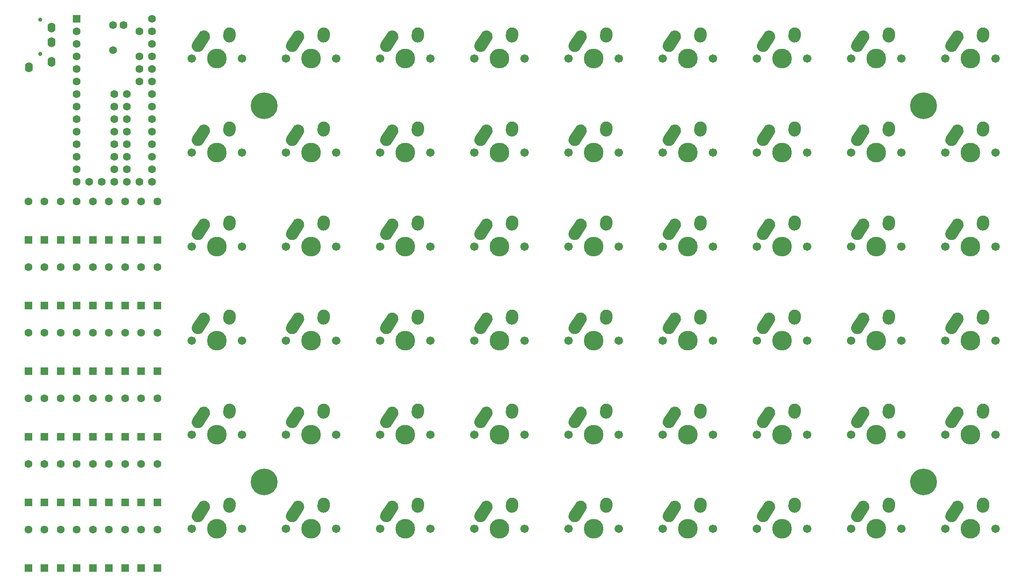
<source format=gts>
%TF.GenerationSoftware,KiCad,Pcbnew,(5.1.9)-1*%
%TF.CreationDate,2021-04-23T02:49:01-06:00*%
%TF.ProjectId,Right Keyboard,52696768-7420-44b6-9579-626f6172642e,rev?*%
%TF.SameCoordinates,Original*%
%TF.FileFunction,Soldermask,Top*%
%TF.FilePolarity,Negative*%
%FSLAX46Y46*%
G04 Gerber Fmt 4.6, Leading zero omitted, Abs format (unit mm)*
G04 Created by KiCad (PCBNEW (5.1.9)-1) date 2021-04-23 02:49:01*
%MOMM*%
%LPD*%
G01*
G04 APERTURE LIST*
%ADD10C,1.701800*%
%ADD11C,3.987800*%
%ADD12C,1.600000*%
%ADD13R,1.600000X1.600000*%
%ADD14C,5.400000*%
%ADD15O,1.600000X2.000000*%
%ADD16C,0.800000*%
G04 APERTURE END LIST*
%TO.C,K4-2*%
G36*
G01*
X163178171Y-43039309D02*
X163217619Y-42460653D01*
G75*
G02*
X164549743Y-41298567I1247105J-85019D01*
G01*
X164549743Y-41298567D01*
G75*
G02*
X165711829Y-42630691I-85019J-1247105D01*
G01*
X165672381Y-43209347D01*
G75*
G02*
X164340257Y-44371433I-1247105J85019D01*
G01*
X164340257Y-44371433D01*
G75*
G02*
X163178171Y-43039309I85019J1247105D01*
G01*
G37*
G36*
G01*
X157011299Y-44382190D02*
X158220223Y-42484560D01*
G75*
G02*
X159946087Y-42101946I1054239J-671625D01*
G01*
X159946087Y-42101946D01*
G75*
G02*
X160328701Y-43827810I-671625J-1054239D01*
G01*
X159119777Y-45725440D01*
G75*
G02*
X157393913Y-46108054I-1054239J671625D01*
G01*
X157393913Y-46108054D01*
G75*
G02*
X157011299Y-44382190I671625J1054239D01*
G01*
G37*
D10*
X167005000Y-47625000D03*
X156845000Y-47625000D03*
D11*
X161925000Y-47625000D03*
%TD*%
%TO.C,K7-6*%
X219075000Y-123825000D03*
D10*
X213995000Y-123825000D03*
X224155000Y-123825000D03*
G36*
G01*
X214161299Y-120582190D02*
X215370223Y-118684560D01*
G75*
G02*
X217096087Y-118301946I1054239J-671625D01*
G01*
X217096087Y-118301946D01*
G75*
G02*
X217478701Y-120027810I-671625J-1054239D01*
G01*
X216269777Y-121925440D01*
G75*
G02*
X214543913Y-122308054I-1054239J671625D01*
G01*
X214543913Y-122308054D01*
G75*
G02*
X214161299Y-120582190I671625J1054239D01*
G01*
G37*
G36*
G01*
X220328171Y-119239309D02*
X220367619Y-118660653D01*
G75*
G02*
X221699743Y-117498567I1247105J-85019D01*
G01*
X221699743Y-117498567D01*
G75*
G02*
X222861829Y-118830691I-85019J-1247105D01*
G01*
X222822381Y-119409347D01*
G75*
G02*
X221490257Y-120571433I-1247105J85019D01*
G01*
X221490257Y-120571433D01*
G75*
G02*
X220328171Y-119239309I85019J1247105D01*
G01*
G37*
%TD*%
D11*
%TO.C,K7-4*%
X219075000Y-85725000D03*
D10*
X213995000Y-85725000D03*
X224155000Y-85725000D03*
G36*
G01*
X214161299Y-82482190D02*
X215370223Y-80584560D01*
G75*
G02*
X217096087Y-80201946I1054239J-671625D01*
G01*
X217096087Y-80201946D01*
G75*
G02*
X217478701Y-81927810I-671625J-1054239D01*
G01*
X216269777Y-83825440D01*
G75*
G02*
X214543913Y-84208054I-1054239J671625D01*
G01*
X214543913Y-84208054D01*
G75*
G02*
X214161299Y-82482190I671625J1054239D01*
G01*
G37*
G36*
G01*
X220328171Y-81139309D02*
X220367619Y-80560653D01*
G75*
G02*
X221699743Y-79398567I1247105J-85019D01*
G01*
X221699743Y-79398567D01*
G75*
G02*
X222861829Y-80730691I-85019J-1247105D01*
G01*
X222822381Y-81309347D01*
G75*
G02*
X221490257Y-82471433I-1247105J85019D01*
G01*
X221490257Y-82471433D01*
G75*
G02*
X220328171Y-81139309I85019J1247105D01*
G01*
G37*
%TD*%
D12*
%TO.C,D1-1*%
X66625000Y-57537500D03*
D13*
X66625000Y-65337500D03*
%TD*%
%TO.C,D1-2*%
X66625000Y-78625000D03*
D12*
X66625000Y-70825000D03*
%TD*%
%TO.C,D1-3*%
X66625000Y-84112500D03*
D13*
X66625000Y-91912500D03*
%TD*%
%TO.C,D1-4*%
X66625000Y-105200000D03*
D12*
X66625000Y-97400000D03*
%TD*%
%TO.C,D1-5*%
X66625000Y-110687500D03*
D13*
X66625000Y-118487500D03*
%TD*%
%TO.C,D1-6*%
X66625000Y-131775000D03*
D12*
X66625000Y-123975000D03*
%TD*%
%TO.C,D2-1*%
X69887500Y-57537500D03*
D13*
X69887500Y-65337500D03*
%TD*%
%TO.C,D2-2*%
X69887500Y-78625000D03*
D12*
X69887500Y-70825000D03*
%TD*%
%TO.C,D2-3*%
X69887500Y-84112500D03*
D13*
X69887500Y-91912500D03*
%TD*%
%TO.C,D2-4*%
X69887500Y-105200000D03*
D12*
X69887500Y-97400000D03*
%TD*%
%TO.C,D2-5*%
X69887500Y-110687500D03*
D13*
X69887500Y-118487500D03*
%TD*%
%TO.C,D2-6*%
X69887500Y-131775000D03*
D12*
X69887500Y-123975000D03*
%TD*%
D13*
%TO.C,D3-1*%
X73150000Y-65337500D03*
D12*
X73150000Y-57537500D03*
%TD*%
%TO.C,D3-2*%
X73150000Y-70825000D03*
D13*
X73150000Y-78625000D03*
%TD*%
%TO.C,D3-3*%
X73150000Y-91912500D03*
D12*
X73150000Y-84112500D03*
%TD*%
%TO.C,D3-4*%
X73150000Y-97400000D03*
D13*
X73150000Y-105200000D03*
%TD*%
%TO.C,D3-5*%
X73150000Y-118487500D03*
D12*
X73150000Y-110687500D03*
%TD*%
%TO.C,D3-6*%
X73150000Y-123975000D03*
D13*
X73150000Y-131775000D03*
%TD*%
%TO.C,D4-1*%
X76412500Y-65337500D03*
D12*
X76412500Y-57537500D03*
%TD*%
%TO.C,D4-2*%
X76412500Y-70825000D03*
D13*
X76412500Y-78625000D03*
%TD*%
%TO.C,D4-3*%
X76412500Y-91912500D03*
D12*
X76412500Y-84112500D03*
%TD*%
%TO.C,D4-4*%
X76412500Y-97400000D03*
D13*
X76412500Y-105200000D03*
%TD*%
%TO.C,D4-5*%
X76412500Y-118487500D03*
D12*
X76412500Y-110687500D03*
%TD*%
%TO.C,D4-6*%
X76412500Y-123975000D03*
D13*
X76412500Y-131775000D03*
%TD*%
%TO.C,D5-1*%
X79675000Y-65337500D03*
D12*
X79675000Y-57537500D03*
%TD*%
%TO.C,D5-2*%
X79675000Y-70825000D03*
D13*
X79675000Y-78625000D03*
%TD*%
%TO.C,D5-3*%
X79675000Y-91912500D03*
D12*
X79675000Y-84112500D03*
%TD*%
%TO.C,D5-4*%
X79675000Y-97400000D03*
D13*
X79675000Y-105200000D03*
%TD*%
%TO.C,D5-5*%
X79675000Y-118487500D03*
D12*
X79675000Y-110687500D03*
%TD*%
%TO.C,D5-6*%
X79675000Y-123975000D03*
D13*
X79675000Y-131775000D03*
%TD*%
D12*
%TO.C,D6-1*%
X82937500Y-57537500D03*
D13*
X82937500Y-65337500D03*
%TD*%
%TO.C,D6-2*%
X82937500Y-78625000D03*
D12*
X82937500Y-70825000D03*
%TD*%
%TO.C,D6-3*%
X82937500Y-84112500D03*
D13*
X82937500Y-91912500D03*
%TD*%
%TO.C,D6-4*%
X82937500Y-105200000D03*
D12*
X82937500Y-97400000D03*
%TD*%
%TO.C,D6-5*%
X82937500Y-110687500D03*
D13*
X82937500Y-118487500D03*
%TD*%
%TO.C,D6-6*%
X82937500Y-131775000D03*
D12*
X82937500Y-123975000D03*
%TD*%
%TO.C,D7-1*%
X86200000Y-57537500D03*
D13*
X86200000Y-65337500D03*
%TD*%
%TO.C,D7-2*%
X86200000Y-78625000D03*
D12*
X86200000Y-70825000D03*
%TD*%
%TO.C,D7-3*%
X86200000Y-84112500D03*
D13*
X86200000Y-91912500D03*
%TD*%
%TO.C,D7-4*%
X86200000Y-105200000D03*
D12*
X86200000Y-97400000D03*
%TD*%
%TO.C,D7-5*%
X86200000Y-110687500D03*
D13*
X86200000Y-118487500D03*
%TD*%
%TO.C,D7-6*%
X86200000Y-131775000D03*
D12*
X86200000Y-123975000D03*
%TD*%
D13*
%TO.C,D8-1*%
X89462500Y-65337500D03*
D12*
X89462500Y-57537500D03*
%TD*%
%TO.C,D8-2*%
X89462500Y-70825000D03*
D13*
X89462500Y-78625000D03*
%TD*%
D12*
%TO.C,D8-3*%
X89462500Y-84112500D03*
D13*
X89462500Y-91912500D03*
%TD*%
%TO.C,D8-4*%
X89462500Y-105200000D03*
D12*
X89462500Y-97400000D03*
%TD*%
%TO.C,D8-5*%
X89462500Y-110687500D03*
D13*
X89462500Y-118487500D03*
%TD*%
%TO.C,D8-6*%
X89462500Y-131775000D03*
D12*
X89462500Y-123975000D03*
%TD*%
%TO.C,D9-1*%
X92725000Y-57537500D03*
D13*
X92725000Y-65337500D03*
%TD*%
%TO.C,D9-2*%
X92725000Y-78625000D03*
D12*
X92725000Y-70825000D03*
%TD*%
%TO.C,D9-3*%
X92725000Y-84112500D03*
D13*
X92725000Y-91912500D03*
%TD*%
%TO.C,D9-4*%
X92725000Y-105200000D03*
D12*
X92725000Y-97400000D03*
%TD*%
%TO.C,D9-5*%
X92725000Y-110687500D03*
D13*
X92725000Y-118487500D03*
%TD*%
%TO.C,D9-6*%
X92725000Y-131775000D03*
D12*
X92725000Y-123975000D03*
%TD*%
D14*
%TO.C,H1*%
X114300000Y-38100000D03*
%TD*%
%TO.C,H2*%
X247650000Y-114300000D03*
%TD*%
%TO.C,H3*%
X114300000Y-114300000D03*
%TD*%
%TO.C,H4*%
X247650000Y-38100000D03*
%TD*%
%TO.C,K1-1*%
G36*
G01*
X106028171Y-23989309D02*
X106067619Y-23410653D01*
G75*
G02*
X107399743Y-22248567I1247105J-85019D01*
G01*
X107399743Y-22248567D01*
G75*
G02*
X108561829Y-23580691I-85019J-1247105D01*
G01*
X108522381Y-24159347D01*
G75*
G02*
X107190257Y-25321433I-1247105J85019D01*
G01*
X107190257Y-25321433D01*
G75*
G02*
X106028171Y-23989309I85019J1247105D01*
G01*
G37*
G36*
G01*
X99861299Y-25332190D02*
X101070223Y-23434560D01*
G75*
G02*
X102796087Y-23051946I1054239J-671625D01*
G01*
X102796087Y-23051946D01*
G75*
G02*
X103178701Y-24777810I-671625J-1054239D01*
G01*
X101969777Y-26675440D01*
G75*
G02*
X100243913Y-27058054I-1054239J671625D01*
G01*
X100243913Y-27058054D01*
G75*
G02*
X99861299Y-25332190I671625J1054239D01*
G01*
G37*
D10*
X109855000Y-28575000D03*
X99695000Y-28575000D03*
D11*
X104775000Y-28575000D03*
%TD*%
%TO.C,K1-2*%
G36*
G01*
X106028171Y-43039309D02*
X106067619Y-42460653D01*
G75*
G02*
X107399743Y-41298567I1247105J-85019D01*
G01*
X107399743Y-41298567D01*
G75*
G02*
X108561829Y-42630691I-85019J-1247105D01*
G01*
X108522381Y-43209347D01*
G75*
G02*
X107190257Y-44371433I-1247105J85019D01*
G01*
X107190257Y-44371433D01*
G75*
G02*
X106028171Y-43039309I85019J1247105D01*
G01*
G37*
G36*
G01*
X99861299Y-44382190D02*
X101070223Y-42484560D01*
G75*
G02*
X102796087Y-42101946I1054239J-671625D01*
G01*
X102796087Y-42101946D01*
G75*
G02*
X103178701Y-43827810I-671625J-1054239D01*
G01*
X101969777Y-45725440D01*
G75*
G02*
X100243913Y-46108054I-1054239J671625D01*
G01*
X100243913Y-46108054D01*
G75*
G02*
X99861299Y-44382190I671625J1054239D01*
G01*
G37*
D10*
X109855000Y-47625000D03*
X99695000Y-47625000D03*
D11*
X104775000Y-47625000D03*
%TD*%
%TO.C,K1-3*%
X104775000Y-66675000D03*
D10*
X99695000Y-66675000D03*
X109855000Y-66675000D03*
G36*
G01*
X99861299Y-63432190D02*
X101070223Y-61534560D01*
G75*
G02*
X102796087Y-61151946I1054239J-671625D01*
G01*
X102796087Y-61151946D01*
G75*
G02*
X103178701Y-62877810I-671625J-1054239D01*
G01*
X101969777Y-64775440D01*
G75*
G02*
X100243913Y-65158054I-1054239J671625D01*
G01*
X100243913Y-65158054D01*
G75*
G02*
X99861299Y-63432190I671625J1054239D01*
G01*
G37*
G36*
G01*
X106028171Y-62089309D02*
X106067619Y-61510653D01*
G75*
G02*
X107399743Y-60348567I1247105J-85019D01*
G01*
X107399743Y-60348567D01*
G75*
G02*
X108561829Y-61680691I-85019J-1247105D01*
G01*
X108522381Y-62259347D01*
G75*
G02*
X107190257Y-63421433I-1247105J85019D01*
G01*
X107190257Y-63421433D01*
G75*
G02*
X106028171Y-62089309I85019J1247105D01*
G01*
G37*
%TD*%
D11*
%TO.C,K1-4*%
X104775000Y-85725000D03*
D10*
X99695000Y-85725000D03*
X109855000Y-85725000D03*
G36*
G01*
X99861299Y-82482190D02*
X101070223Y-80584560D01*
G75*
G02*
X102796087Y-80201946I1054239J-671625D01*
G01*
X102796087Y-80201946D01*
G75*
G02*
X103178701Y-81927810I-671625J-1054239D01*
G01*
X101969777Y-83825440D01*
G75*
G02*
X100243913Y-84208054I-1054239J671625D01*
G01*
X100243913Y-84208054D01*
G75*
G02*
X99861299Y-82482190I671625J1054239D01*
G01*
G37*
G36*
G01*
X106028171Y-81139309D02*
X106067619Y-80560653D01*
G75*
G02*
X107399743Y-79398567I1247105J-85019D01*
G01*
X107399743Y-79398567D01*
G75*
G02*
X108561829Y-80730691I-85019J-1247105D01*
G01*
X108522381Y-81309347D01*
G75*
G02*
X107190257Y-82471433I-1247105J85019D01*
G01*
X107190257Y-82471433D01*
G75*
G02*
X106028171Y-81139309I85019J1247105D01*
G01*
G37*
%TD*%
%TO.C,K1-5*%
G36*
G01*
X106028171Y-100189309D02*
X106067619Y-99610653D01*
G75*
G02*
X107399743Y-98448567I1247105J-85019D01*
G01*
X107399743Y-98448567D01*
G75*
G02*
X108561829Y-99780691I-85019J-1247105D01*
G01*
X108522381Y-100359347D01*
G75*
G02*
X107190257Y-101521433I-1247105J85019D01*
G01*
X107190257Y-101521433D01*
G75*
G02*
X106028171Y-100189309I85019J1247105D01*
G01*
G37*
G36*
G01*
X99861299Y-101532190D02*
X101070223Y-99634560D01*
G75*
G02*
X102796087Y-99251946I1054239J-671625D01*
G01*
X102796087Y-99251946D01*
G75*
G02*
X103178701Y-100977810I-671625J-1054239D01*
G01*
X101969777Y-102875440D01*
G75*
G02*
X100243913Y-103258054I-1054239J671625D01*
G01*
X100243913Y-103258054D01*
G75*
G02*
X99861299Y-101532190I671625J1054239D01*
G01*
G37*
X109855000Y-104775000D03*
X99695000Y-104775000D03*
D11*
X104775000Y-104775000D03*
%TD*%
%TO.C,K1-6*%
X104775000Y-123825000D03*
D10*
X99695000Y-123825000D03*
X109855000Y-123825000D03*
G36*
G01*
X99861299Y-120582190D02*
X101070223Y-118684560D01*
G75*
G02*
X102796087Y-118301946I1054239J-671625D01*
G01*
X102796087Y-118301946D01*
G75*
G02*
X103178701Y-120027810I-671625J-1054239D01*
G01*
X101969777Y-121925440D01*
G75*
G02*
X100243913Y-122308054I-1054239J671625D01*
G01*
X100243913Y-122308054D01*
G75*
G02*
X99861299Y-120582190I671625J1054239D01*
G01*
G37*
G36*
G01*
X106028171Y-119239309D02*
X106067619Y-118660653D01*
G75*
G02*
X107399743Y-117498567I1247105J-85019D01*
G01*
X107399743Y-117498567D01*
G75*
G02*
X108561829Y-118830691I-85019J-1247105D01*
G01*
X108522381Y-119409347D01*
G75*
G02*
X107190257Y-120571433I-1247105J85019D01*
G01*
X107190257Y-120571433D01*
G75*
G02*
X106028171Y-119239309I85019J1247105D01*
G01*
G37*
%TD*%
%TO.C,K2-1*%
G36*
G01*
X125078171Y-23989309D02*
X125117619Y-23410653D01*
G75*
G02*
X126449743Y-22248567I1247105J-85019D01*
G01*
X126449743Y-22248567D01*
G75*
G02*
X127611829Y-23580691I-85019J-1247105D01*
G01*
X127572381Y-24159347D01*
G75*
G02*
X126240257Y-25321433I-1247105J85019D01*
G01*
X126240257Y-25321433D01*
G75*
G02*
X125078171Y-23989309I85019J1247105D01*
G01*
G37*
G36*
G01*
X118911299Y-25332190D02*
X120120223Y-23434560D01*
G75*
G02*
X121846087Y-23051946I1054239J-671625D01*
G01*
X121846087Y-23051946D01*
G75*
G02*
X122228701Y-24777810I-671625J-1054239D01*
G01*
X121019777Y-26675440D01*
G75*
G02*
X119293913Y-27058054I-1054239J671625D01*
G01*
X119293913Y-27058054D01*
G75*
G02*
X118911299Y-25332190I671625J1054239D01*
G01*
G37*
X128905000Y-28575000D03*
X118745000Y-28575000D03*
D11*
X123825000Y-28575000D03*
%TD*%
%TO.C,K2-2*%
X123825000Y-47625000D03*
D10*
X118745000Y-47625000D03*
X128905000Y-47625000D03*
G36*
G01*
X118911299Y-44382190D02*
X120120223Y-42484560D01*
G75*
G02*
X121846087Y-42101946I1054239J-671625D01*
G01*
X121846087Y-42101946D01*
G75*
G02*
X122228701Y-43827810I-671625J-1054239D01*
G01*
X121019777Y-45725440D01*
G75*
G02*
X119293913Y-46108054I-1054239J671625D01*
G01*
X119293913Y-46108054D01*
G75*
G02*
X118911299Y-44382190I671625J1054239D01*
G01*
G37*
G36*
G01*
X125078171Y-43039309D02*
X125117619Y-42460653D01*
G75*
G02*
X126449743Y-41298567I1247105J-85019D01*
G01*
X126449743Y-41298567D01*
G75*
G02*
X127611829Y-42630691I-85019J-1247105D01*
G01*
X127572381Y-43209347D01*
G75*
G02*
X126240257Y-44371433I-1247105J85019D01*
G01*
X126240257Y-44371433D01*
G75*
G02*
X125078171Y-43039309I85019J1247105D01*
G01*
G37*
%TD*%
D11*
%TO.C,K2-3*%
X123825000Y-66675000D03*
D10*
X118745000Y-66675000D03*
X128905000Y-66675000D03*
G36*
G01*
X118911299Y-63432190D02*
X120120223Y-61534560D01*
G75*
G02*
X121846087Y-61151946I1054239J-671625D01*
G01*
X121846087Y-61151946D01*
G75*
G02*
X122228701Y-62877810I-671625J-1054239D01*
G01*
X121019777Y-64775440D01*
G75*
G02*
X119293913Y-65158054I-1054239J671625D01*
G01*
X119293913Y-65158054D01*
G75*
G02*
X118911299Y-63432190I671625J1054239D01*
G01*
G37*
G36*
G01*
X125078171Y-62089309D02*
X125117619Y-61510653D01*
G75*
G02*
X126449743Y-60348567I1247105J-85019D01*
G01*
X126449743Y-60348567D01*
G75*
G02*
X127611829Y-61680691I-85019J-1247105D01*
G01*
X127572381Y-62259347D01*
G75*
G02*
X126240257Y-63421433I-1247105J85019D01*
G01*
X126240257Y-63421433D01*
G75*
G02*
X125078171Y-62089309I85019J1247105D01*
G01*
G37*
%TD*%
%TO.C,K2-4*%
G36*
G01*
X125078171Y-81139309D02*
X125117619Y-80560653D01*
G75*
G02*
X126449743Y-79398567I1247105J-85019D01*
G01*
X126449743Y-79398567D01*
G75*
G02*
X127611829Y-80730691I-85019J-1247105D01*
G01*
X127572381Y-81309347D01*
G75*
G02*
X126240257Y-82471433I-1247105J85019D01*
G01*
X126240257Y-82471433D01*
G75*
G02*
X125078171Y-81139309I85019J1247105D01*
G01*
G37*
G36*
G01*
X118911299Y-82482190D02*
X120120223Y-80584560D01*
G75*
G02*
X121846087Y-80201946I1054239J-671625D01*
G01*
X121846087Y-80201946D01*
G75*
G02*
X122228701Y-81927810I-671625J-1054239D01*
G01*
X121019777Y-83825440D01*
G75*
G02*
X119293913Y-84208054I-1054239J671625D01*
G01*
X119293913Y-84208054D01*
G75*
G02*
X118911299Y-82482190I671625J1054239D01*
G01*
G37*
X128905000Y-85725000D03*
X118745000Y-85725000D03*
D11*
X123825000Y-85725000D03*
%TD*%
%TO.C,K2-5*%
X123825000Y-104775000D03*
D10*
X118745000Y-104775000D03*
X128905000Y-104775000D03*
G36*
G01*
X118911299Y-101532190D02*
X120120223Y-99634560D01*
G75*
G02*
X121846087Y-99251946I1054239J-671625D01*
G01*
X121846087Y-99251946D01*
G75*
G02*
X122228701Y-100977810I-671625J-1054239D01*
G01*
X121019777Y-102875440D01*
G75*
G02*
X119293913Y-103258054I-1054239J671625D01*
G01*
X119293913Y-103258054D01*
G75*
G02*
X118911299Y-101532190I671625J1054239D01*
G01*
G37*
G36*
G01*
X125078171Y-100189309D02*
X125117619Y-99610653D01*
G75*
G02*
X126449743Y-98448567I1247105J-85019D01*
G01*
X126449743Y-98448567D01*
G75*
G02*
X127611829Y-99780691I-85019J-1247105D01*
G01*
X127572381Y-100359347D01*
G75*
G02*
X126240257Y-101521433I-1247105J85019D01*
G01*
X126240257Y-101521433D01*
G75*
G02*
X125078171Y-100189309I85019J1247105D01*
G01*
G37*
%TD*%
%TO.C,K2-6*%
G36*
G01*
X125078171Y-119239309D02*
X125117619Y-118660653D01*
G75*
G02*
X126449743Y-117498567I1247105J-85019D01*
G01*
X126449743Y-117498567D01*
G75*
G02*
X127611829Y-118830691I-85019J-1247105D01*
G01*
X127572381Y-119409347D01*
G75*
G02*
X126240257Y-120571433I-1247105J85019D01*
G01*
X126240257Y-120571433D01*
G75*
G02*
X125078171Y-119239309I85019J1247105D01*
G01*
G37*
G36*
G01*
X118911299Y-120582190D02*
X120120223Y-118684560D01*
G75*
G02*
X121846087Y-118301946I1054239J-671625D01*
G01*
X121846087Y-118301946D01*
G75*
G02*
X122228701Y-120027810I-671625J-1054239D01*
G01*
X121019777Y-121925440D01*
G75*
G02*
X119293913Y-122308054I-1054239J671625D01*
G01*
X119293913Y-122308054D01*
G75*
G02*
X118911299Y-120582190I671625J1054239D01*
G01*
G37*
X128905000Y-123825000D03*
X118745000Y-123825000D03*
D11*
X123825000Y-123825000D03*
%TD*%
%TO.C,K3-1*%
G36*
G01*
X144128171Y-23989309D02*
X144167619Y-23410653D01*
G75*
G02*
X145499743Y-22248567I1247105J-85019D01*
G01*
X145499743Y-22248567D01*
G75*
G02*
X146661829Y-23580691I-85019J-1247105D01*
G01*
X146622381Y-24159347D01*
G75*
G02*
X145290257Y-25321433I-1247105J85019D01*
G01*
X145290257Y-25321433D01*
G75*
G02*
X144128171Y-23989309I85019J1247105D01*
G01*
G37*
G36*
G01*
X137961299Y-25332190D02*
X139170223Y-23434560D01*
G75*
G02*
X140896087Y-23051946I1054239J-671625D01*
G01*
X140896087Y-23051946D01*
G75*
G02*
X141278701Y-24777810I-671625J-1054239D01*
G01*
X140069777Y-26675440D01*
G75*
G02*
X138343913Y-27058054I-1054239J671625D01*
G01*
X138343913Y-27058054D01*
G75*
G02*
X137961299Y-25332190I671625J1054239D01*
G01*
G37*
D10*
X147955000Y-28575000D03*
X137795000Y-28575000D03*
D11*
X142875000Y-28575000D03*
%TD*%
%TO.C,K3-2*%
X142875000Y-47625000D03*
D10*
X137795000Y-47625000D03*
X147955000Y-47625000D03*
G36*
G01*
X137961299Y-44382190D02*
X139170223Y-42484560D01*
G75*
G02*
X140896087Y-42101946I1054239J-671625D01*
G01*
X140896087Y-42101946D01*
G75*
G02*
X141278701Y-43827810I-671625J-1054239D01*
G01*
X140069777Y-45725440D01*
G75*
G02*
X138343913Y-46108054I-1054239J671625D01*
G01*
X138343913Y-46108054D01*
G75*
G02*
X137961299Y-44382190I671625J1054239D01*
G01*
G37*
G36*
G01*
X144128171Y-43039309D02*
X144167619Y-42460653D01*
G75*
G02*
X145499743Y-41298567I1247105J-85019D01*
G01*
X145499743Y-41298567D01*
G75*
G02*
X146661829Y-42630691I-85019J-1247105D01*
G01*
X146622381Y-43209347D01*
G75*
G02*
X145290257Y-44371433I-1247105J85019D01*
G01*
X145290257Y-44371433D01*
G75*
G02*
X144128171Y-43039309I85019J1247105D01*
G01*
G37*
%TD*%
%TO.C,K3-3*%
G36*
G01*
X144128171Y-62089309D02*
X144167619Y-61510653D01*
G75*
G02*
X145499743Y-60348567I1247105J-85019D01*
G01*
X145499743Y-60348567D01*
G75*
G02*
X146661829Y-61680691I-85019J-1247105D01*
G01*
X146622381Y-62259347D01*
G75*
G02*
X145290257Y-63421433I-1247105J85019D01*
G01*
X145290257Y-63421433D01*
G75*
G02*
X144128171Y-62089309I85019J1247105D01*
G01*
G37*
G36*
G01*
X137961299Y-63432190D02*
X139170223Y-61534560D01*
G75*
G02*
X140896087Y-61151946I1054239J-671625D01*
G01*
X140896087Y-61151946D01*
G75*
G02*
X141278701Y-62877810I-671625J-1054239D01*
G01*
X140069777Y-64775440D01*
G75*
G02*
X138343913Y-65158054I-1054239J671625D01*
G01*
X138343913Y-65158054D01*
G75*
G02*
X137961299Y-63432190I671625J1054239D01*
G01*
G37*
X147955000Y-66675000D03*
X137795000Y-66675000D03*
D11*
X142875000Y-66675000D03*
%TD*%
%TO.C,K3-4*%
X142875000Y-85725000D03*
D10*
X137795000Y-85725000D03*
X147955000Y-85725000D03*
G36*
G01*
X137961299Y-82482190D02*
X139170223Y-80584560D01*
G75*
G02*
X140896087Y-80201946I1054239J-671625D01*
G01*
X140896087Y-80201946D01*
G75*
G02*
X141278701Y-81927810I-671625J-1054239D01*
G01*
X140069777Y-83825440D01*
G75*
G02*
X138343913Y-84208054I-1054239J671625D01*
G01*
X138343913Y-84208054D01*
G75*
G02*
X137961299Y-82482190I671625J1054239D01*
G01*
G37*
G36*
G01*
X144128171Y-81139309D02*
X144167619Y-80560653D01*
G75*
G02*
X145499743Y-79398567I1247105J-85019D01*
G01*
X145499743Y-79398567D01*
G75*
G02*
X146661829Y-80730691I-85019J-1247105D01*
G01*
X146622381Y-81309347D01*
G75*
G02*
X145290257Y-82471433I-1247105J85019D01*
G01*
X145290257Y-82471433D01*
G75*
G02*
X144128171Y-81139309I85019J1247105D01*
G01*
G37*
%TD*%
%TO.C,K3-5*%
G36*
G01*
X144128171Y-100189309D02*
X144167619Y-99610653D01*
G75*
G02*
X145499743Y-98448567I1247105J-85019D01*
G01*
X145499743Y-98448567D01*
G75*
G02*
X146661829Y-99780691I-85019J-1247105D01*
G01*
X146622381Y-100359347D01*
G75*
G02*
X145290257Y-101521433I-1247105J85019D01*
G01*
X145290257Y-101521433D01*
G75*
G02*
X144128171Y-100189309I85019J1247105D01*
G01*
G37*
G36*
G01*
X137961299Y-101532190D02*
X139170223Y-99634560D01*
G75*
G02*
X140896087Y-99251946I1054239J-671625D01*
G01*
X140896087Y-99251946D01*
G75*
G02*
X141278701Y-100977810I-671625J-1054239D01*
G01*
X140069777Y-102875440D01*
G75*
G02*
X138343913Y-103258054I-1054239J671625D01*
G01*
X138343913Y-103258054D01*
G75*
G02*
X137961299Y-101532190I671625J1054239D01*
G01*
G37*
X147955000Y-104775000D03*
X137795000Y-104775000D03*
D11*
X142875000Y-104775000D03*
%TD*%
%TO.C,K3-6*%
X142875000Y-123825000D03*
D10*
X137795000Y-123825000D03*
X147955000Y-123825000D03*
G36*
G01*
X137961299Y-120582190D02*
X139170223Y-118684560D01*
G75*
G02*
X140896087Y-118301946I1054239J-671625D01*
G01*
X140896087Y-118301946D01*
G75*
G02*
X141278701Y-120027810I-671625J-1054239D01*
G01*
X140069777Y-121925440D01*
G75*
G02*
X138343913Y-122308054I-1054239J671625D01*
G01*
X138343913Y-122308054D01*
G75*
G02*
X137961299Y-120582190I671625J1054239D01*
G01*
G37*
G36*
G01*
X144128171Y-119239309D02*
X144167619Y-118660653D01*
G75*
G02*
X145499743Y-117498567I1247105J-85019D01*
G01*
X145499743Y-117498567D01*
G75*
G02*
X146661829Y-118830691I-85019J-1247105D01*
G01*
X146622381Y-119409347D01*
G75*
G02*
X145290257Y-120571433I-1247105J85019D01*
G01*
X145290257Y-120571433D01*
G75*
G02*
X144128171Y-119239309I85019J1247105D01*
G01*
G37*
%TD*%
%TO.C,K4-1*%
G36*
G01*
X163178171Y-23989309D02*
X163217619Y-23410653D01*
G75*
G02*
X164549743Y-22248567I1247105J-85019D01*
G01*
X164549743Y-22248567D01*
G75*
G02*
X165711829Y-23580691I-85019J-1247105D01*
G01*
X165672381Y-24159347D01*
G75*
G02*
X164340257Y-25321433I-1247105J85019D01*
G01*
X164340257Y-25321433D01*
G75*
G02*
X163178171Y-23989309I85019J1247105D01*
G01*
G37*
G36*
G01*
X157011299Y-25332190D02*
X158220223Y-23434560D01*
G75*
G02*
X159946087Y-23051946I1054239J-671625D01*
G01*
X159946087Y-23051946D01*
G75*
G02*
X160328701Y-24777810I-671625J-1054239D01*
G01*
X159119777Y-26675440D01*
G75*
G02*
X157393913Y-27058054I-1054239J671625D01*
G01*
X157393913Y-27058054D01*
G75*
G02*
X157011299Y-25332190I671625J1054239D01*
G01*
G37*
X167005000Y-28575000D03*
X156845000Y-28575000D03*
D11*
X161925000Y-28575000D03*
%TD*%
%TO.C,K4-3*%
G36*
G01*
X163178171Y-62089309D02*
X163217619Y-61510653D01*
G75*
G02*
X164549743Y-60348567I1247105J-85019D01*
G01*
X164549743Y-60348567D01*
G75*
G02*
X165711829Y-61680691I-85019J-1247105D01*
G01*
X165672381Y-62259347D01*
G75*
G02*
X164340257Y-63421433I-1247105J85019D01*
G01*
X164340257Y-63421433D01*
G75*
G02*
X163178171Y-62089309I85019J1247105D01*
G01*
G37*
G36*
G01*
X157011299Y-63432190D02*
X158220223Y-61534560D01*
G75*
G02*
X159946087Y-61151946I1054239J-671625D01*
G01*
X159946087Y-61151946D01*
G75*
G02*
X160328701Y-62877810I-671625J-1054239D01*
G01*
X159119777Y-64775440D01*
G75*
G02*
X157393913Y-65158054I-1054239J671625D01*
G01*
X157393913Y-65158054D01*
G75*
G02*
X157011299Y-63432190I671625J1054239D01*
G01*
G37*
D10*
X167005000Y-66675000D03*
X156845000Y-66675000D03*
D11*
X161925000Y-66675000D03*
%TD*%
%TO.C,K4-4*%
X161925000Y-85725000D03*
D10*
X156845000Y-85725000D03*
X167005000Y-85725000D03*
G36*
G01*
X157011299Y-82482190D02*
X158220223Y-80584560D01*
G75*
G02*
X159946087Y-80201946I1054239J-671625D01*
G01*
X159946087Y-80201946D01*
G75*
G02*
X160328701Y-81927810I-671625J-1054239D01*
G01*
X159119777Y-83825440D01*
G75*
G02*
X157393913Y-84208054I-1054239J671625D01*
G01*
X157393913Y-84208054D01*
G75*
G02*
X157011299Y-82482190I671625J1054239D01*
G01*
G37*
G36*
G01*
X163178171Y-81139309D02*
X163217619Y-80560653D01*
G75*
G02*
X164549743Y-79398567I1247105J-85019D01*
G01*
X164549743Y-79398567D01*
G75*
G02*
X165711829Y-80730691I-85019J-1247105D01*
G01*
X165672381Y-81309347D01*
G75*
G02*
X164340257Y-82471433I-1247105J85019D01*
G01*
X164340257Y-82471433D01*
G75*
G02*
X163178171Y-81139309I85019J1247105D01*
G01*
G37*
%TD*%
%TO.C,K4-5*%
G36*
G01*
X163178171Y-100189309D02*
X163217619Y-99610653D01*
G75*
G02*
X164549743Y-98448567I1247105J-85019D01*
G01*
X164549743Y-98448567D01*
G75*
G02*
X165711829Y-99780691I-85019J-1247105D01*
G01*
X165672381Y-100359347D01*
G75*
G02*
X164340257Y-101521433I-1247105J85019D01*
G01*
X164340257Y-101521433D01*
G75*
G02*
X163178171Y-100189309I85019J1247105D01*
G01*
G37*
G36*
G01*
X157011299Y-101532190D02*
X158220223Y-99634560D01*
G75*
G02*
X159946087Y-99251946I1054239J-671625D01*
G01*
X159946087Y-99251946D01*
G75*
G02*
X160328701Y-100977810I-671625J-1054239D01*
G01*
X159119777Y-102875440D01*
G75*
G02*
X157393913Y-103258054I-1054239J671625D01*
G01*
X157393913Y-103258054D01*
G75*
G02*
X157011299Y-101532190I671625J1054239D01*
G01*
G37*
X167005000Y-104775000D03*
X156845000Y-104775000D03*
D11*
X161925000Y-104775000D03*
%TD*%
%TO.C,K4-6*%
G36*
G01*
X163178171Y-119239309D02*
X163217619Y-118660653D01*
G75*
G02*
X164549743Y-117498567I1247105J-85019D01*
G01*
X164549743Y-117498567D01*
G75*
G02*
X165711829Y-118830691I-85019J-1247105D01*
G01*
X165672381Y-119409347D01*
G75*
G02*
X164340257Y-120571433I-1247105J85019D01*
G01*
X164340257Y-120571433D01*
G75*
G02*
X163178171Y-119239309I85019J1247105D01*
G01*
G37*
G36*
G01*
X157011299Y-120582190D02*
X158220223Y-118684560D01*
G75*
G02*
X159946087Y-118301946I1054239J-671625D01*
G01*
X159946087Y-118301946D01*
G75*
G02*
X160328701Y-120027810I-671625J-1054239D01*
G01*
X159119777Y-121925440D01*
G75*
G02*
X157393913Y-122308054I-1054239J671625D01*
G01*
X157393913Y-122308054D01*
G75*
G02*
X157011299Y-120582190I671625J1054239D01*
G01*
G37*
D10*
X167005000Y-123825000D03*
X156845000Y-123825000D03*
D11*
X161925000Y-123825000D03*
%TD*%
%TO.C,K5-1*%
G36*
G01*
X182228171Y-23989309D02*
X182267619Y-23410653D01*
G75*
G02*
X183599743Y-22248567I1247105J-85019D01*
G01*
X183599743Y-22248567D01*
G75*
G02*
X184761829Y-23580691I-85019J-1247105D01*
G01*
X184722381Y-24159347D01*
G75*
G02*
X183390257Y-25321433I-1247105J85019D01*
G01*
X183390257Y-25321433D01*
G75*
G02*
X182228171Y-23989309I85019J1247105D01*
G01*
G37*
G36*
G01*
X176061299Y-25332190D02*
X177270223Y-23434560D01*
G75*
G02*
X178996087Y-23051946I1054239J-671625D01*
G01*
X178996087Y-23051946D01*
G75*
G02*
X179378701Y-24777810I-671625J-1054239D01*
G01*
X178169777Y-26675440D01*
G75*
G02*
X176443913Y-27058054I-1054239J671625D01*
G01*
X176443913Y-27058054D01*
G75*
G02*
X176061299Y-25332190I671625J1054239D01*
G01*
G37*
D10*
X186055000Y-28575000D03*
X175895000Y-28575000D03*
D11*
X180975000Y-28575000D03*
%TD*%
%TO.C,K5-2*%
X180975000Y-47625000D03*
D10*
X175895000Y-47625000D03*
X186055000Y-47625000D03*
G36*
G01*
X176061299Y-44382190D02*
X177270223Y-42484560D01*
G75*
G02*
X178996087Y-42101946I1054239J-671625D01*
G01*
X178996087Y-42101946D01*
G75*
G02*
X179378701Y-43827810I-671625J-1054239D01*
G01*
X178169777Y-45725440D01*
G75*
G02*
X176443913Y-46108054I-1054239J671625D01*
G01*
X176443913Y-46108054D01*
G75*
G02*
X176061299Y-44382190I671625J1054239D01*
G01*
G37*
G36*
G01*
X182228171Y-43039309D02*
X182267619Y-42460653D01*
G75*
G02*
X183599743Y-41298567I1247105J-85019D01*
G01*
X183599743Y-41298567D01*
G75*
G02*
X184761829Y-42630691I-85019J-1247105D01*
G01*
X184722381Y-43209347D01*
G75*
G02*
X183390257Y-44371433I-1247105J85019D01*
G01*
X183390257Y-44371433D01*
G75*
G02*
X182228171Y-43039309I85019J1247105D01*
G01*
G37*
%TD*%
%TO.C,K5-3*%
G36*
G01*
X182228171Y-62089309D02*
X182267619Y-61510653D01*
G75*
G02*
X183599743Y-60348567I1247105J-85019D01*
G01*
X183599743Y-60348567D01*
G75*
G02*
X184761829Y-61680691I-85019J-1247105D01*
G01*
X184722381Y-62259347D01*
G75*
G02*
X183390257Y-63421433I-1247105J85019D01*
G01*
X183390257Y-63421433D01*
G75*
G02*
X182228171Y-62089309I85019J1247105D01*
G01*
G37*
G36*
G01*
X176061299Y-63432190D02*
X177270223Y-61534560D01*
G75*
G02*
X178996087Y-61151946I1054239J-671625D01*
G01*
X178996087Y-61151946D01*
G75*
G02*
X179378701Y-62877810I-671625J-1054239D01*
G01*
X178169777Y-64775440D01*
G75*
G02*
X176443913Y-65158054I-1054239J671625D01*
G01*
X176443913Y-65158054D01*
G75*
G02*
X176061299Y-63432190I671625J1054239D01*
G01*
G37*
X186055000Y-66675000D03*
X175895000Y-66675000D03*
D11*
X180975000Y-66675000D03*
%TD*%
%TO.C,K5-4*%
X180975000Y-85725000D03*
D10*
X175895000Y-85725000D03*
X186055000Y-85725000D03*
G36*
G01*
X176061299Y-82482190D02*
X177270223Y-80584560D01*
G75*
G02*
X178996087Y-80201946I1054239J-671625D01*
G01*
X178996087Y-80201946D01*
G75*
G02*
X179378701Y-81927810I-671625J-1054239D01*
G01*
X178169777Y-83825440D01*
G75*
G02*
X176443913Y-84208054I-1054239J671625D01*
G01*
X176443913Y-84208054D01*
G75*
G02*
X176061299Y-82482190I671625J1054239D01*
G01*
G37*
G36*
G01*
X182228171Y-81139309D02*
X182267619Y-80560653D01*
G75*
G02*
X183599743Y-79398567I1247105J-85019D01*
G01*
X183599743Y-79398567D01*
G75*
G02*
X184761829Y-80730691I-85019J-1247105D01*
G01*
X184722381Y-81309347D01*
G75*
G02*
X183390257Y-82471433I-1247105J85019D01*
G01*
X183390257Y-82471433D01*
G75*
G02*
X182228171Y-81139309I85019J1247105D01*
G01*
G37*
%TD*%
%TO.C,K5-5*%
G36*
G01*
X182228171Y-100189309D02*
X182267619Y-99610653D01*
G75*
G02*
X183599743Y-98448567I1247105J-85019D01*
G01*
X183599743Y-98448567D01*
G75*
G02*
X184761829Y-99780691I-85019J-1247105D01*
G01*
X184722381Y-100359347D01*
G75*
G02*
X183390257Y-101521433I-1247105J85019D01*
G01*
X183390257Y-101521433D01*
G75*
G02*
X182228171Y-100189309I85019J1247105D01*
G01*
G37*
G36*
G01*
X176061299Y-101532190D02*
X177270223Y-99634560D01*
G75*
G02*
X178996087Y-99251946I1054239J-671625D01*
G01*
X178996087Y-99251946D01*
G75*
G02*
X179378701Y-100977810I-671625J-1054239D01*
G01*
X178169777Y-102875440D01*
G75*
G02*
X176443913Y-103258054I-1054239J671625D01*
G01*
X176443913Y-103258054D01*
G75*
G02*
X176061299Y-101532190I671625J1054239D01*
G01*
G37*
X186055000Y-104775000D03*
X175895000Y-104775000D03*
D11*
X180975000Y-104775000D03*
%TD*%
%TO.C,K5-6*%
X180975000Y-123825000D03*
D10*
X175895000Y-123825000D03*
X186055000Y-123825000D03*
G36*
G01*
X176061299Y-120582190D02*
X177270223Y-118684560D01*
G75*
G02*
X178996087Y-118301946I1054239J-671625D01*
G01*
X178996087Y-118301946D01*
G75*
G02*
X179378701Y-120027810I-671625J-1054239D01*
G01*
X178169777Y-121925440D01*
G75*
G02*
X176443913Y-122308054I-1054239J671625D01*
G01*
X176443913Y-122308054D01*
G75*
G02*
X176061299Y-120582190I671625J1054239D01*
G01*
G37*
G36*
G01*
X182228171Y-119239309D02*
X182267619Y-118660653D01*
G75*
G02*
X183599743Y-117498567I1247105J-85019D01*
G01*
X183599743Y-117498567D01*
G75*
G02*
X184761829Y-118830691I-85019J-1247105D01*
G01*
X184722381Y-119409347D01*
G75*
G02*
X183390257Y-120571433I-1247105J85019D01*
G01*
X183390257Y-120571433D01*
G75*
G02*
X182228171Y-119239309I85019J1247105D01*
G01*
G37*
%TD*%
%TO.C,K6-1*%
G36*
G01*
X201278171Y-23989309D02*
X201317619Y-23410653D01*
G75*
G02*
X202649743Y-22248567I1247105J-85019D01*
G01*
X202649743Y-22248567D01*
G75*
G02*
X203811829Y-23580691I-85019J-1247105D01*
G01*
X203772381Y-24159347D01*
G75*
G02*
X202440257Y-25321433I-1247105J85019D01*
G01*
X202440257Y-25321433D01*
G75*
G02*
X201278171Y-23989309I85019J1247105D01*
G01*
G37*
G36*
G01*
X195111299Y-25332190D02*
X196320223Y-23434560D01*
G75*
G02*
X198046087Y-23051946I1054239J-671625D01*
G01*
X198046087Y-23051946D01*
G75*
G02*
X198428701Y-24777810I-671625J-1054239D01*
G01*
X197219777Y-26675440D01*
G75*
G02*
X195493913Y-27058054I-1054239J671625D01*
G01*
X195493913Y-27058054D01*
G75*
G02*
X195111299Y-25332190I671625J1054239D01*
G01*
G37*
X205105000Y-28575000D03*
X194945000Y-28575000D03*
D11*
X200025000Y-28575000D03*
%TD*%
%TO.C,K6-2*%
X200025000Y-47625000D03*
D10*
X194945000Y-47625000D03*
X205105000Y-47625000D03*
G36*
G01*
X195111299Y-44382190D02*
X196320223Y-42484560D01*
G75*
G02*
X198046087Y-42101946I1054239J-671625D01*
G01*
X198046087Y-42101946D01*
G75*
G02*
X198428701Y-43827810I-671625J-1054239D01*
G01*
X197219777Y-45725440D01*
G75*
G02*
X195493913Y-46108054I-1054239J671625D01*
G01*
X195493913Y-46108054D01*
G75*
G02*
X195111299Y-44382190I671625J1054239D01*
G01*
G37*
G36*
G01*
X201278171Y-43039309D02*
X201317619Y-42460653D01*
G75*
G02*
X202649743Y-41298567I1247105J-85019D01*
G01*
X202649743Y-41298567D01*
G75*
G02*
X203811829Y-42630691I-85019J-1247105D01*
G01*
X203772381Y-43209347D01*
G75*
G02*
X202440257Y-44371433I-1247105J85019D01*
G01*
X202440257Y-44371433D01*
G75*
G02*
X201278171Y-43039309I85019J1247105D01*
G01*
G37*
%TD*%
D11*
%TO.C,K6-3*%
X200025000Y-66675000D03*
D10*
X194945000Y-66675000D03*
X205105000Y-66675000D03*
G36*
G01*
X195111299Y-63432190D02*
X196320223Y-61534560D01*
G75*
G02*
X198046087Y-61151946I1054239J-671625D01*
G01*
X198046087Y-61151946D01*
G75*
G02*
X198428701Y-62877810I-671625J-1054239D01*
G01*
X197219777Y-64775440D01*
G75*
G02*
X195493913Y-65158054I-1054239J671625D01*
G01*
X195493913Y-65158054D01*
G75*
G02*
X195111299Y-63432190I671625J1054239D01*
G01*
G37*
G36*
G01*
X201278171Y-62089309D02*
X201317619Y-61510653D01*
G75*
G02*
X202649743Y-60348567I1247105J-85019D01*
G01*
X202649743Y-60348567D01*
G75*
G02*
X203811829Y-61680691I-85019J-1247105D01*
G01*
X203772381Y-62259347D01*
G75*
G02*
X202440257Y-63421433I-1247105J85019D01*
G01*
X202440257Y-63421433D01*
G75*
G02*
X201278171Y-62089309I85019J1247105D01*
G01*
G37*
%TD*%
D11*
%TO.C,K6-4*%
X200025000Y-85725000D03*
D10*
X194945000Y-85725000D03*
X205105000Y-85725000D03*
G36*
G01*
X195111299Y-82482190D02*
X196320223Y-80584560D01*
G75*
G02*
X198046087Y-80201946I1054239J-671625D01*
G01*
X198046087Y-80201946D01*
G75*
G02*
X198428701Y-81927810I-671625J-1054239D01*
G01*
X197219777Y-83825440D01*
G75*
G02*
X195493913Y-84208054I-1054239J671625D01*
G01*
X195493913Y-84208054D01*
G75*
G02*
X195111299Y-82482190I671625J1054239D01*
G01*
G37*
G36*
G01*
X201278171Y-81139309D02*
X201317619Y-80560653D01*
G75*
G02*
X202649743Y-79398567I1247105J-85019D01*
G01*
X202649743Y-79398567D01*
G75*
G02*
X203811829Y-80730691I-85019J-1247105D01*
G01*
X203772381Y-81309347D01*
G75*
G02*
X202440257Y-82471433I-1247105J85019D01*
G01*
X202440257Y-82471433D01*
G75*
G02*
X201278171Y-81139309I85019J1247105D01*
G01*
G37*
%TD*%
%TO.C,K6-5*%
G36*
G01*
X201278171Y-100189309D02*
X201317619Y-99610653D01*
G75*
G02*
X202649743Y-98448567I1247105J-85019D01*
G01*
X202649743Y-98448567D01*
G75*
G02*
X203811829Y-99780691I-85019J-1247105D01*
G01*
X203772381Y-100359347D01*
G75*
G02*
X202440257Y-101521433I-1247105J85019D01*
G01*
X202440257Y-101521433D01*
G75*
G02*
X201278171Y-100189309I85019J1247105D01*
G01*
G37*
G36*
G01*
X195111299Y-101532190D02*
X196320223Y-99634560D01*
G75*
G02*
X198046087Y-99251946I1054239J-671625D01*
G01*
X198046087Y-99251946D01*
G75*
G02*
X198428701Y-100977810I-671625J-1054239D01*
G01*
X197219777Y-102875440D01*
G75*
G02*
X195493913Y-103258054I-1054239J671625D01*
G01*
X195493913Y-103258054D01*
G75*
G02*
X195111299Y-101532190I671625J1054239D01*
G01*
G37*
X205105000Y-104775000D03*
X194945000Y-104775000D03*
D11*
X200025000Y-104775000D03*
%TD*%
%TO.C,K6-6*%
X200025000Y-123825000D03*
D10*
X194945000Y-123825000D03*
X205105000Y-123825000D03*
G36*
G01*
X195111299Y-120582190D02*
X196320223Y-118684560D01*
G75*
G02*
X198046087Y-118301946I1054239J-671625D01*
G01*
X198046087Y-118301946D01*
G75*
G02*
X198428701Y-120027810I-671625J-1054239D01*
G01*
X197219777Y-121925440D01*
G75*
G02*
X195493913Y-122308054I-1054239J671625D01*
G01*
X195493913Y-122308054D01*
G75*
G02*
X195111299Y-120582190I671625J1054239D01*
G01*
G37*
G36*
G01*
X201278171Y-119239309D02*
X201317619Y-118660653D01*
G75*
G02*
X202649743Y-117498567I1247105J-85019D01*
G01*
X202649743Y-117498567D01*
G75*
G02*
X203811829Y-118830691I-85019J-1247105D01*
G01*
X203772381Y-119409347D01*
G75*
G02*
X202440257Y-120571433I-1247105J85019D01*
G01*
X202440257Y-120571433D01*
G75*
G02*
X201278171Y-119239309I85019J1247105D01*
G01*
G37*
%TD*%
%TO.C,K7-1*%
G36*
G01*
X220328171Y-23989309D02*
X220367619Y-23410653D01*
G75*
G02*
X221699743Y-22248567I1247105J-85019D01*
G01*
X221699743Y-22248567D01*
G75*
G02*
X222861829Y-23580691I-85019J-1247105D01*
G01*
X222822381Y-24159347D01*
G75*
G02*
X221490257Y-25321433I-1247105J85019D01*
G01*
X221490257Y-25321433D01*
G75*
G02*
X220328171Y-23989309I85019J1247105D01*
G01*
G37*
G36*
G01*
X214161299Y-25332190D02*
X215370223Y-23434560D01*
G75*
G02*
X217096087Y-23051946I1054239J-671625D01*
G01*
X217096087Y-23051946D01*
G75*
G02*
X217478701Y-24777810I-671625J-1054239D01*
G01*
X216269777Y-26675440D01*
G75*
G02*
X214543913Y-27058054I-1054239J671625D01*
G01*
X214543913Y-27058054D01*
G75*
G02*
X214161299Y-25332190I671625J1054239D01*
G01*
G37*
X224155000Y-28575000D03*
X213995000Y-28575000D03*
D11*
X219075000Y-28575000D03*
%TD*%
%TO.C,K7-2*%
X219075000Y-47625000D03*
D10*
X213995000Y-47625000D03*
X224155000Y-47625000D03*
G36*
G01*
X214161299Y-44382190D02*
X215370223Y-42484560D01*
G75*
G02*
X217096087Y-42101946I1054239J-671625D01*
G01*
X217096087Y-42101946D01*
G75*
G02*
X217478701Y-43827810I-671625J-1054239D01*
G01*
X216269777Y-45725440D01*
G75*
G02*
X214543913Y-46108054I-1054239J671625D01*
G01*
X214543913Y-46108054D01*
G75*
G02*
X214161299Y-44382190I671625J1054239D01*
G01*
G37*
G36*
G01*
X220328171Y-43039309D02*
X220367619Y-42460653D01*
G75*
G02*
X221699743Y-41298567I1247105J-85019D01*
G01*
X221699743Y-41298567D01*
G75*
G02*
X222861829Y-42630691I-85019J-1247105D01*
G01*
X222822381Y-43209347D01*
G75*
G02*
X221490257Y-44371433I-1247105J85019D01*
G01*
X221490257Y-44371433D01*
G75*
G02*
X220328171Y-43039309I85019J1247105D01*
G01*
G37*
%TD*%
%TO.C,K7-3*%
G36*
G01*
X220328171Y-62089309D02*
X220367619Y-61510653D01*
G75*
G02*
X221699743Y-60348567I1247105J-85019D01*
G01*
X221699743Y-60348567D01*
G75*
G02*
X222861829Y-61680691I-85019J-1247105D01*
G01*
X222822381Y-62259347D01*
G75*
G02*
X221490257Y-63421433I-1247105J85019D01*
G01*
X221490257Y-63421433D01*
G75*
G02*
X220328171Y-62089309I85019J1247105D01*
G01*
G37*
G36*
G01*
X214161299Y-63432190D02*
X215370223Y-61534560D01*
G75*
G02*
X217096087Y-61151946I1054239J-671625D01*
G01*
X217096087Y-61151946D01*
G75*
G02*
X217478701Y-62877810I-671625J-1054239D01*
G01*
X216269777Y-64775440D01*
G75*
G02*
X214543913Y-65158054I-1054239J671625D01*
G01*
X214543913Y-65158054D01*
G75*
G02*
X214161299Y-63432190I671625J1054239D01*
G01*
G37*
X224155000Y-66675000D03*
X213995000Y-66675000D03*
D11*
X219075000Y-66675000D03*
%TD*%
%TO.C,K7-5*%
G36*
G01*
X220328171Y-100189309D02*
X220367619Y-99610653D01*
G75*
G02*
X221699743Y-98448567I1247105J-85019D01*
G01*
X221699743Y-98448567D01*
G75*
G02*
X222861829Y-99780691I-85019J-1247105D01*
G01*
X222822381Y-100359347D01*
G75*
G02*
X221490257Y-101521433I-1247105J85019D01*
G01*
X221490257Y-101521433D01*
G75*
G02*
X220328171Y-100189309I85019J1247105D01*
G01*
G37*
G36*
G01*
X214161299Y-101532190D02*
X215370223Y-99634560D01*
G75*
G02*
X217096087Y-99251946I1054239J-671625D01*
G01*
X217096087Y-99251946D01*
G75*
G02*
X217478701Y-100977810I-671625J-1054239D01*
G01*
X216269777Y-102875440D01*
G75*
G02*
X214543913Y-103258054I-1054239J671625D01*
G01*
X214543913Y-103258054D01*
G75*
G02*
X214161299Y-101532190I671625J1054239D01*
G01*
G37*
D10*
X224155000Y-104775000D03*
X213995000Y-104775000D03*
D11*
X219075000Y-104775000D03*
%TD*%
%TO.C,K8-1*%
G36*
G01*
X239378171Y-23989309D02*
X239417619Y-23410653D01*
G75*
G02*
X240749743Y-22248567I1247105J-85019D01*
G01*
X240749743Y-22248567D01*
G75*
G02*
X241911829Y-23580691I-85019J-1247105D01*
G01*
X241872381Y-24159347D01*
G75*
G02*
X240540257Y-25321433I-1247105J85019D01*
G01*
X240540257Y-25321433D01*
G75*
G02*
X239378171Y-23989309I85019J1247105D01*
G01*
G37*
G36*
G01*
X233211299Y-25332190D02*
X234420223Y-23434560D01*
G75*
G02*
X236146087Y-23051946I1054239J-671625D01*
G01*
X236146087Y-23051946D01*
G75*
G02*
X236528701Y-24777810I-671625J-1054239D01*
G01*
X235319777Y-26675440D01*
G75*
G02*
X233593913Y-27058054I-1054239J671625D01*
G01*
X233593913Y-27058054D01*
G75*
G02*
X233211299Y-25332190I671625J1054239D01*
G01*
G37*
D10*
X243205000Y-28575000D03*
X233045000Y-28575000D03*
D11*
X238125000Y-28575000D03*
%TD*%
%TO.C,K8-2*%
G36*
G01*
X239378171Y-43039309D02*
X239417619Y-42460653D01*
G75*
G02*
X240749743Y-41298567I1247105J-85019D01*
G01*
X240749743Y-41298567D01*
G75*
G02*
X241911829Y-42630691I-85019J-1247105D01*
G01*
X241872381Y-43209347D01*
G75*
G02*
X240540257Y-44371433I-1247105J85019D01*
G01*
X240540257Y-44371433D01*
G75*
G02*
X239378171Y-43039309I85019J1247105D01*
G01*
G37*
G36*
G01*
X233211299Y-44382190D02*
X234420223Y-42484560D01*
G75*
G02*
X236146087Y-42101946I1054239J-671625D01*
G01*
X236146087Y-42101946D01*
G75*
G02*
X236528701Y-43827810I-671625J-1054239D01*
G01*
X235319777Y-45725440D01*
G75*
G02*
X233593913Y-46108054I-1054239J671625D01*
G01*
X233593913Y-46108054D01*
G75*
G02*
X233211299Y-44382190I671625J1054239D01*
G01*
G37*
D10*
X243205000Y-47625000D03*
X233045000Y-47625000D03*
D11*
X238125000Y-47625000D03*
%TD*%
%TO.C,K8-3*%
X238125000Y-66675000D03*
D10*
X233045000Y-66675000D03*
X243205000Y-66675000D03*
G36*
G01*
X233211299Y-63432190D02*
X234420223Y-61534560D01*
G75*
G02*
X236146087Y-61151946I1054239J-671625D01*
G01*
X236146087Y-61151946D01*
G75*
G02*
X236528701Y-62877810I-671625J-1054239D01*
G01*
X235319777Y-64775440D01*
G75*
G02*
X233593913Y-65158054I-1054239J671625D01*
G01*
X233593913Y-65158054D01*
G75*
G02*
X233211299Y-63432190I671625J1054239D01*
G01*
G37*
G36*
G01*
X239378171Y-62089309D02*
X239417619Y-61510653D01*
G75*
G02*
X240749743Y-60348567I1247105J-85019D01*
G01*
X240749743Y-60348567D01*
G75*
G02*
X241911829Y-61680691I-85019J-1247105D01*
G01*
X241872381Y-62259347D01*
G75*
G02*
X240540257Y-63421433I-1247105J85019D01*
G01*
X240540257Y-63421433D01*
G75*
G02*
X239378171Y-62089309I85019J1247105D01*
G01*
G37*
%TD*%
%TO.C,K8-4*%
G36*
G01*
X239378171Y-81139309D02*
X239417619Y-80560653D01*
G75*
G02*
X240749743Y-79398567I1247105J-85019D01*
G01*
X240749743Y-79398567D01*
G75*
G02*
X241911829Y-80730691I-85019J-1247105D01*
G01*
X241872381Y-81309347D01*
G75*
G02*
X240540257Y-82471433I-1247105J85019D01*
G01*
X240540257Y-82471433D01*
G75*
G02*
X239378171Y-81139309I85019J1247105D01*
G01*
G37*
G36*
G01*
X233211299Y-82482190D02*
X234420223Y-80584560D01*
G75*
G02*
X236146087Y-80201946I1054239J-671625D01*
G01*
X236146087Y-80201946D01*
G75*
G02*
X236528701Y-81927810I-671625J-1054239D01*
G01*
X235319777Y-83825440D01*
G75*
G02*
X233593913Y-84208054I-1054239J671625D01*
G01*
X233593913Y-84208054D01*
G75*
G02*
X233211299Y-82482190I671625J1054239D01*
G01*
G37*
X243205000Y-85725000D03*
X233045000Y-85725000D03*
D11*
X238125000Y-85725000D03*
%TD*%
%TO.C,K8-5*%
X238125000Y-104775000D03*
D10*
X233045000Y-104775000D03*
X243205000Y-104775000D03*
G36*
G01*
X233211299Y-101532190D02*
X234420223Y-99634560D01*
G75*
G02*
X236146087Y-99251946I1054239J-671625D01*
G01*
X236146087Y-99251946D01*
G75*
G02*
X236528701Y-100977810I-671625J-1054239D01*
G01*
X235319777Y-102875440D01*
G75*
G02*
X233593913Y-103258054I-1054239J671625D01*
G01*
X233593913Y-103258054D01*
G75*
G02*
X233211299Y-101532190I671625J1054239D01*
G01*
G37*
G36*
G01*
X239378171Y-100189309D02*
X239417619Y-99610653D01*
G75*
G02*
X240749743Y-98448567I1247105J-85019D01*
G01*
X240749743Y-98448567D01*
G75*
G02*
X241911829Y-99780691I-85019J-1247105D01*
G01*
X241872381Y-100359347D01*
G75*
G02*
X240540257Y-101521433I-1247105J85019D01*
G01*
X240540257Y-101521433D01*
G75*
G02*
X239378171Y-100189309I85019J1247105D01*
G01*
G37*
%TD*%
D11*
%TO.C,K8-6*%
X238125000Y-123825000D03*
D10*
X233045000Y-123825000D03*
X243205000Y-123825000D03*
G36*
G01*
X233211299Y-120582190D02*
X234420223Y-118684560D01*
G75*
G02*
X236146087Y-118301946I1054239J-671625D01*
G01*
X236146087Y-118301946D01*
G75*
G02*
X236528701Y-120027810I-671625J-1054239D01*
G01*
X235319777Y-121925440D01*
G75*
G02*
X233593913Y-122308054I-1054239J671625D01*
G01*
X233593913Y-122308054D01*
G75*
G02*
X233211299Y-120582190I671625J1054239D01*
G01*
G37*
G36*
G01*
X239378171Y-119239309D02*
X239417619Y-118660653D01*
G75*
G02*
X240749743Y-117498567I1247105J-85019D01*
G01*
X240749743Y-117498567D01*
G75*
G02*
X241911829Y-118830691I-85019J-1247105D01*
G01*
X241872381Y-119409347D01*
G75*
G02*
X240540257Y-120571433I-1247105J85019D01*
G01*
X240540257Y-120571433D01*
G75*
G02*
X239378171Y-119239309I85019J1247105D01*
G01*
G37*
%TD*%
%TO.C,K9-1*%
G36*
G01*
X258428171Y-23989309D02*
X258467619Y-23410653D01*
G75*
G02*
X259799743Y-22248567I1247105J-85019D01*
G01*
X259799743Y-22248567D01*
G75*
G02*
X260961829Y-23580691I-85019J-1247105D01*
G01*
X260922381Y-24159347D01*
G75*
G02*
X259590257Y-25321433I-1247105J85019D01*
G01*
X259590257Y-25321433D01*
G75*
G02*
X258428171Y-23989309I85019J1247105D01*
G01*
G37*
G36*
G01*
X252261299Y-25332190D02*
X253470223Y-23434560D01*
G75*
G02*
X255196087Y-23051946I1054239J-671625D01*
G01*
X255196087Y-23051946D01*
G75*
G02*
X255578701Y-24777810I-671625J-1054239D01*
G01*
X254369777Y-26675440D01*
G75*
G02*
X252643913Y-27058054I-1054239J671625D01*
G01*
X252643913Y-27058054D01*
G75*
G02*
X252261299Y-25332190I671625J1054239D01*
G01*
G37*
X262255000Y-28575000D03*
X252095000Y-28575000D03*
D11*
X257175000Y-28575000D03*
%TD*%
%TO.C,K9-2*%
X257175000Y-47625000D03*
D10*
X252095000Y-47625000D03*
X262255000Y-47625000D03*
G36*
G01*
X252261299Y-44382190D02*
X253470223Y-42484560D01*
G75*
G02*
X255196087Y-42101946I1054239J-671625D01*
G01*
X255196087Y-42101946D01*
G75*
G02*
X255578701Y-43827810I-671625J-1054239D01*
G01*
X254369777Y-45725440D01*
G75*
G02*
X252643913Y-46108054I-1054239J671625D01*
G01*
X252643913Y-46108054D01*
G75*
G02*
X252261299Y-44382190I671625J1054239D01*
G01*
G37*
G36*
G01*
X258428171Y-43039309D02*
X258467619Y-42460653D01*
G75*
G02*
X259799743Y-41298567I1247105J-85019D01*
G01*
X259799743Y-41298567D01*
G75*
G02*
X260961829Y-42630691I-85019J-1247105D01*
G01*
X260922381Y-43209347D01*
G75*
G02*
X259590257Y-44371433I-1247105J85019D01*
G01*
X259590257Y-44371433D01*
G75*
G02*
X258428171Y-43039309I85019J1247105D01*
G01*
G37*
%TD*%
%TO.C,K9-3*%
G36*
G01*
X258428171Y-62089309D02*
X258467619Y-61510653D01*
G75*
G02*
X259799743Y-60348567I1247105J-85019D01*
G01*
X259799743Y-60348567D01*
G75*
G02*
X260961829Y-61680691I-85019J-1247105D01*
G01*
X260922381Y-62259347D01*
G75*
G02*
X259590257Y-63421433I-1247105J85019D01*
G01*
X259590257Y-63421433D01*
G75*
G02*
X258428171Y-62089309I85019J1247105D01*
G01*
G37*
G36*
G01*
X252261299Y-63432190D02*
X253470223Y-61534560D01*
G75*
G02*
X255196087Y-61151946I1054239J-671625D01*
G01*
X255196087Y-61151946D01*
G75*
G02*
X255578701Y-62877810I-671625J-1054239D01*
G01*
X254369777Y-64775440D01*
G75*
G02*
X252643913Y-65158054I-1054239J671625D01*
G01*
X252643913Y-65158054D01*
G75*
G02*
X252261299Y-63432190I671625J1054239D01*
G01*
G37*
X262255000Y-66675000D03*
X252095000Y-66675000D03*
D11*
X257175000Y-66675000D03*
%TD*%
%TO.C,K9-4*%
X257175000Y-85725000D03*
D10*
X252095000Y-85725000D03*
X262255000Y-85725000D03*
G36*
G01*
X252261299Y-82482190D02*
X253470223Y-80584560D01*
G75*
G02*
X255196087Y-80201946I1054239J-671625D01*
G01*
X255196087Y-80201946D01*
G75*
G02*
X255578701Y-81927810I-671625J-1054239D01*
G01*
X254369777Y-83825440D01*
G75*
G02*
X252643913Y-84208054I-1054239J671625D01*
G01*
X252643913Y-84208054D01*
G75*
G02*
X252261299Y-82482190I671625J1054239D01*
G01*
G37*
G36*
G01*
X258428171Y-81139309D02*
X258467619Y-80560653D01*
G75*
G02*
X259799743Y-79398567I1247105J-85019D01*
G01*
X259799743Y-79398567D01*
G75*
G02*
X260961829Y-80730691I-85019J-1247105D01*
G01*
X260922381Y-81309347D01*
G75*
G02*
X259590257Y-82471433I-1247105J85019D01*
G01*
X259590257Y-82471433D01*
G75*
G02*
X258428171Y-81139309I85019J1247105D01*
G01*
G37*
%TD*%
%TO.C,K9-5*%
G36*
G01*
X258428171Y-100189309D02*
X258467619Y-99610653D01*
G75*
G02*
X259799743Y-98448567I1247105J-85019D01*
G01*
X259799743Y-98448567D01*
G75*
G02*
X260961829Y-99780691I-85019J-1247105D01*
G01*
X260922381Y-100359347D01*
G75*
G02*
X259590257Y-101521433I-1247105J85019D01*
G01*
X259590257Y-101521433D01*
G75*
G02*
X258428171Y-100189309I85019J1247105D01*
G01*
G37*
G36*
G01*
X252261299Y-101532190D02*
X253470223Y-99634560D01*
G75*
G02*
X255196087Y-99251946I1054239J-671625D01*
G01*
X255196087Y-99251946D01*
G75*
G02*
X255578701Y-100977810I-671625J-1054239D01*
G01*
X254369777Y-102875440D01*
G75*
G02*
X252643913Y-103258054I-1054239J671625D01*
G01*
X252643913Y-103258054D01*
G75*
G02*
X252261299Y-101532190I671625J1054239D01*
G01*
G37*
X262255000Y-104775000D03*
X252095000Y-104775000D03*
D11*
X257175000Y-104775000D03*
%TD*%
%TO.C,K9-6*%
X257175000Y-123825000D03*
D10*
X252095000Y-123825000D03*
X262255000Y-123825000D03*
G36*
G01*
X252261299Y-120582190D02*
X253470223Y-118684560D01*
G75*
G02*
X255196087Y-118301946I1054239J-671625D01*
G01*
X255196087Y-118301946D01*
G75*
G02*
X255578701Y-120027810I-671625J-1054239D01*
G01*
X254369777Y-121925440D01*
G75*
G02*
X252643913Y-122308054I-1054239J671625D01*
G01*
X252643913Y-122308054D01*
G75*
G02*
X252261299Y-120582190I671625J1054239D01*
G01*
G37*
G36*
G01*
X258428171Y-119239309D02*
X258467619Y-118660653D01*
G75*
G02*
X259799743Y-117498567I1247105J-85019D01*
G01*
X259799743Y-117498567D01*
G75*
G02*
X260961829Y-118830691I-85019J-1247105D01*
G01*
X260922381Y-119409347D01*
G75*
G02*
X259590257Y-120571433I-1247105J85019D01*
G01*
X259590257Y-120571433D01*
G75*
G02*
X258428171Y-119239309I85019J1247105D01*
G01*
G37*
%TD*%
D15*
%TO.C,TRRS1*%
X66700000Y-30350000D03*
X71300000Y-29250000D03*
X71300000Y-22250000D03*
D16*
X69000000Y-27650000D03*
X69000000Y-20650000D03*
D15*
X71300000Y-25250000D03*
%TD*%
D12*
%TO.C,U1*%
X84000000Y-53510000D03*
X86540000Y-53510000D03*
X89080000Y-53510000D03*
X91620000Y-53510000D03*
X81460000Y-53510000D03*
X78920000Y-53510000D03*
X76380000Y-53510000D03*
X91620000Y-50970000D03*
X91620000Y-48430000D03*
X91620000Y-45890000D03*
X91620000Y-43350000D03*
X91620000Y-40810000D03*
X91620000Y-38270000D03*
X91620000Y-35730000D03*
X91620000Y-33190000D03*
X91620000Y-30650000D03*
X91620000Y-28110000D03*
X91620000Y-25570000D03*
X91620000Y-23030000D03*
X91620000Y-20490000D03*
X89080000Y-23030000D03*
X89080000Y-28110000D03*
X89080000Y-30650000D03*
X89080000Y-33190000D03*
X76380000Y-50970000D03*
X76380000Y-48430000D03*
X76380000Y-45890000D03*
X76380000Y-43350000D03*
X76380000Y-40810000D03*
X76380000Y-38270000D03*
X76380000Y-35730000D03*
X76380000Y-33190000D03*
X76380000Y-30650000D03*
X76380000Y-28110000D03*
X76380000Y-25570000D03*
X76380000Y-23030000D03*
D13*
X76380000Y-20490000D03*
D12*
X83770000Y-21760000D03*
X85900000Y-21760000D03*
X86540000Y-48430000D03*
X86540000Y-50970000D03*
X84000000Y-50970000D03*
X86540000Y-45890000D03*
X86540000Y-43350000D03*
X84000000Y-48430000D03*
X84000000Y-45890000D03*
X86540000Y-40810000D03*
X84000000Y-43350000D03*
X86540000Y-38270000D03*
X86540000Y-35730000D03*
X84000000Y-40810000D03*
X83770000Y-26840000D03*
X84000000Y-38270000D03*
X84000000Y-35730000D03*
%TD*%
M02*

</source>
